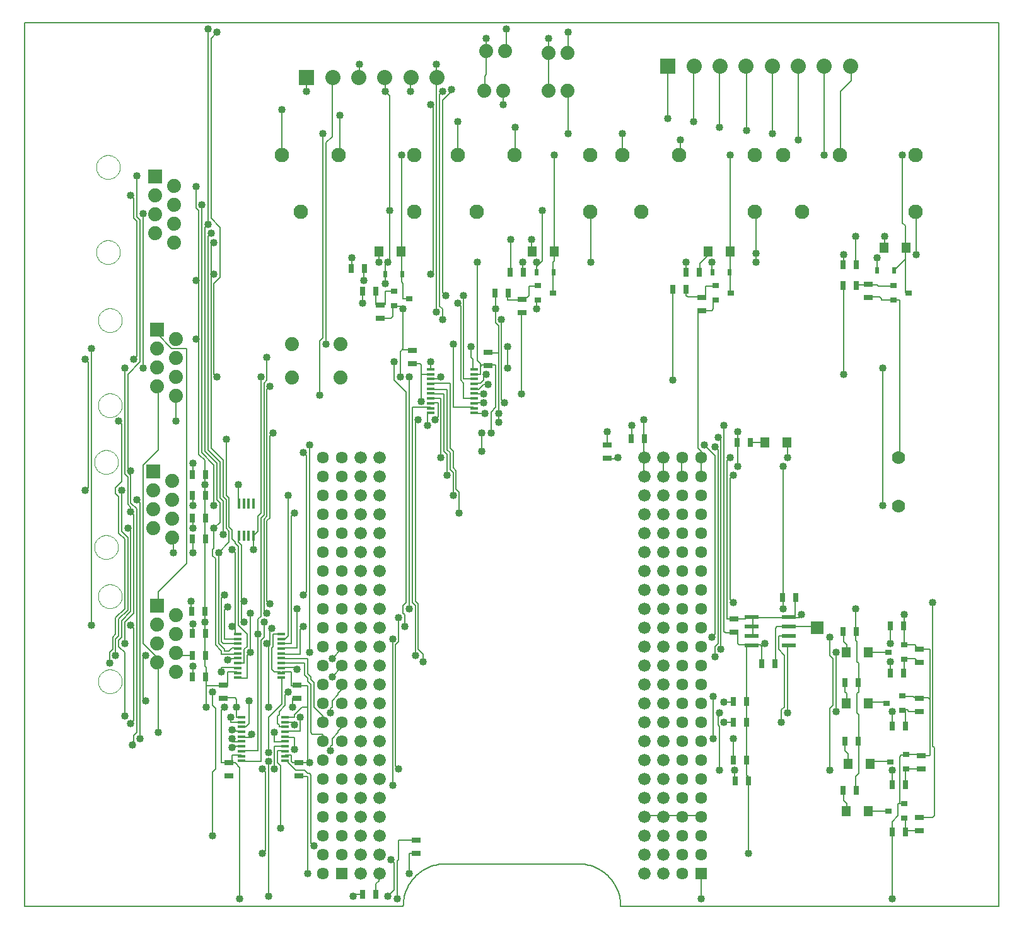
<source format=gtl>
G75*
G70*
%OFA0B0*%
%FSLAX24Y24*%
%IPPOS*%
%LPD*%
%AMOC8*
5,1,8,0,0,1.08239X$1,22.5*
%
%ADD10C,0.0660*%
%ADD11R,0.0800X0.0800*%
%ADD12C,0.0800*%
%ADD13C,0.0740*%
%ADD14C,0.0700*%
%ADD15R,0.0740X0.0740*%
%ADD16C,0.0000*%
%ADD17C,0.0768*%
%ADD18R,0.0157X0.0531*%
%ADD19R,0.0315X0.0472*%
%ADD20R,0.0472X0.0315*%
%ADD21R,0.0248X0.0327*%
%ADD22R,0.0354X0.0315*%
%ADD23R,0.0472X0.0551*%
%ADD24R,0.0390X0.0120*%
%ADD25R,0.0780X0.0220*%
%ADD26R,0.0709X0.0709*%
%ADD27C,0.0050*%
%ADD28R,0.0634X0.0634*%
%ADD29C,0.0634*%
%ADD30C,0.0080*%
%ADD31C,0.0400*%
D10*
X017875Y007625D03*
X017875Y008625D03*
X017875Y009625D03*
X017875Y010625D03*
X017875Y011625D03*
X017875Y012625D03*
X017875Y013625D03*
X017875Y014625D03*
X017875Y015625D03*
X017875Y016625D03*
X017875Y017625D03*
X017875Y018625D03*
X017875Y019625D03*
X017875Y020625D03*
X017875Y021625D03*
X017875Y022625D03*
X017875Y023625D03*
X017875Y024625D03*
X017875Y025625D03*
X017875Y026625D03*
X017875Y027625D03*
X017875Y028625D03*
X017875Y029625D03*
X018875Y029625D03*
X018875Y028625D03*
X018875Y027625D03*
X018875Y026625D03*
X018875Y025625D03*
X018875Y024625D03*
X018875Y023625D03*
X018875Y022625D03*
X018875Y021625D03*
X018875Y020625D03*
X018875Y019625D03*
X018875Y018625D03*
X018875Y017625D03*
X018875Y016625D03*
X018875Y015625D03*
X018875Y014625D03*
X018875Y013625D03*
X018875Y012625D03*
X018875Y011625D03*
X018875Y010625D03*
X018875Y009625D03*
X018875Y008625D03*
X018875Y007625D03*
X032875Y007625D03*
X032875Y008625D03*
X032875Y009625D03*
X032875Y010625D03*
X032875Y011625D03*
X032875Y012625D03*
X032875Y013625D03*
X032875Y014625D03*
X032875Y015625D03*
X032875Y016625D03*
X032875Y017625D03*
X032875Y018625D03*
X032875Y019625D03*
X032875Y020625D03*
X032875Y021625D03*
X032875Y022625D03*
X032875Y023625D03*
X032875Y024625D03*
X032875Y025625D03*
X032875Y026625D03*
X032875Y027625D03*
X032875Y028625D03*
X032875Y029625D03*
X033875Y029625D03*
X033875Y028625D03*
X033875Y027625D03*
X033875Y026625D03*
X033875Y025625D03*
X033875Y024625D03*
X033875Y023625D03*
X033875Y022625D03*
X033875Y021625D03*
X033875Y020625D03*
X033875Y019625D03*
X033875Y018625D03*
X033875Y017625D03*
X033875Y016625D03*
X033875Y015625D03*
X033875Y014625D03*
X033875Y013625D03*
X033875Y012625D03*
X033875Y011625D03*
X033875Y010625D03*
X033875Y009625D03*
X033875Y008625D03*
X033875Y007625D03*
D11*
X015025Y049725D03*
X034125Y050325D03*
D12*
X035503Y050325D03*
X036881Y050325D03*
X038259Y050325D03*
X039637Y050325D03*
X041015Y050325D03*
X042393Y050325D03*
X043771Y050325D03*
X021915Y049725D03*
X020537Y049725D03*
X019159Y049725D03*
X017781Y049725D03*
X016403Y049725D03*
D13*
X024425Y049025D03*
X025425Y049025D03*
X025525Y051125D03*
X024525Y051125D03*
X027825Y051025D03*
X028825Y051025D03*
X028825Y049025D03*
X027825Y049025D03*
X016805Y035615D03*
X016805Y033835D03*
X014245Y033835D03*
X014245Y035615D03*
X008125Y035875D03*
X008125Y034875D03*
X008125Y033875D03*
X008125Y032875D03*
X007125Y033375D03*
X007125Y034375D03*
X007125Y035375D03*
X008025Y040975D03*
X008025Y041975D03*
X008025Y042975D03*
X008025Y043975D03*
X007025Y043475D03*
X007025Y042475D03*
X007025Y041475D03*
X007925Y028375D03*
X007925Y027375D03*
X007925Y026375D03*
X007925Y025375D03*
X006925Y025875D03*
X006925Y026875D03*
X006925Y027875D03*
X008125Y021275D03*
X008125Y020275D03*
X008125Y019275D03*
X008125Y018275D03*
X007125Y018775D03*
X007125Y019775D03*
X007125Y020775D03*
D14*
X046325Y027045D03*
X046325Y029605D03*
D15*
X006925Y028875D03*
X007125Y021775D03*
X007125Y036375D03*
X007025Y044475D03*
D16*
X003895Y044975D02*
X003897Y045025D01*
X003903Y045075D01*
X003913Y045124D01*
X003927Y045172D01*
X003944Y045219D01*
X003965Y045264D01*
X003990Y045308D01*
X004018Y045349D01*
X004050Y045388D01*
X004084Y045425D01*
X004121Y045459D01*
X004161Y045489D01*
X004203Y045516D01*
X004247Y045540D01*
X004293Y045561D01*
X004340Y045577D01*
X004388Y045590D01*
X004438Y045599D01*
X004487Y045604D01*
X004538Y045605D01*
X004588Y045602D01*
X004637Y045595D01*
X004686Y045584D01*
X004734Y045569D01*
X004780Y045551D01*
X004825Y045529D01*
X004868Y045503D01*
X004909Y045474D01*
X004948Y045442D01*
X004984Y045407D01*
X005016Y045369D01*
X005046Y045329D01*
X005073Y045286D01*
X005096Y045242D01*
X005115Y045196D01*
X005131Y045148D01*
X005143Y045099D01*
X005151Y045050D01*
X005155Y045000D01*
X005155Y044950D01*
X005151Y044900D01*
X005143Y044851D01*
X005131Y044802D01*
X005115Y044754D01*
X005096Y044708D01*
X005073Y044664D01*
X005046Y044621D01*
X005016Y044581D01*
X004984Y044543D01*
X004948Y044508D01*
X004909Y044476D01*
X004868Y044447D01*
X004825Y044421D01*
X004780Y044399D01*
X004734Y044381D01*
X004686Y044366D01*
X004637Y044355D01*
X004588Y044348D01*
X004538Y044345D01*
X004487Y044346D01*
X004438Y044351D01*
X004388Y044360D01*
X004340Y044373D01*
X004293Y044389D01*
X004247Y044410D01*
X004203Y044434D01*
X004161Y044461D01*
X004121Y044491D01*
X004084Y044525D01*
X004050Y044562D01*
X004018Y044601D01*
X003990Y044642D01*
X003965Y044686D01*
X003944Y044731D01*
X003927Y044778D01*
X003913Y044826D01*
X003903Y044875D01*
X003897Y044925D01*
X003895Y044975D01*
X003895Y040475D02*
X003897Y040525D01*
X003903Y040575D01*
X003913Y040624D01*
X003927Y040672D01*
X003944Y040719D01*
X003965Y040764D01*
X003990Y040808D01*
X004018Y040849D01*
X004050Y040888D01*
X004084Y040925D01*
X004121Y040959D01*
X004161Y040989D01*
X004203Y041016D01*
X004247Y041040D01*
X004293Y041061D01*
X004340Y041077D01*
X004388Y041090D01*
X004438Y041099D01*
X004487Y041104D01*
X004538Y041105D01*
X004588Y041102D01*
X004637Y041095D01*
X004686Y041084D01*
X004734Y041069D01*
X004780Y041051D01*
X004825Y041029D01*
X004868Y041003D01*
X004909Y040974D01*
X004948Y040942D01*
X004984Y040907D01*
X005016Y040869D01*
X005046Y040829D01*
X005073Y040786D01*
X005096Y040742D01*
X005115Y040696D01*
X005131Y040648D01*
X005143Y040599D01*
X005151Y040550D01*
X005155Y040500D01*
X005155Y040450D01*
X005151Y040400D01*
X005143Y040351D01*
X005131Y040302D01*
X005115Y040254D01*
X005096Y040208D01*
X005073Y040164D01*
X005046Y040121D01*
X005016Y040081D01*
X004984Y040043D01*
X004948Y040008D01*
X004909Y039976D01*
X004868Y039947D01*
X004825Y039921D01*
X004780Y039899D01*
X004734Y039881D01*
X004686Y039866D01*
X004637Y039855D01*
X004588Y039848D01*
X004538Y039845D01*
X004487Y039846D01*
X004438Y039851D01*
X004388Y039860D01*
X004340Y039873D01*
X004293Y039889D01*
X004247Y039910D01*
X004203Y039934D01*
X004161Y039961D01*
X004121Y039991D01*
X004084Y040025D01*
X004050Y040062D01*
X004018Y040101D01*
X003990Y040142D01*
X003965Y040186D01*
X003944Y040231D01*
X003927Y040278D01*
X003913Y040326D01*
X003903Y040375D01*
X003897Y040425D01*
X003895Y040475D01*
X003995Y036875D02*
X003997Y036925D01*
X004003Y036975D01*
X004013Y037024D01*
X004027Y037072D01*
X004044Y037119D01*
X004065Y037164D01*
X004090Y037208D01*
X004118Y037249D01*
X004150Y037288D01*
X004184Y037325D01*
X004221Y037359D01*
X004261Y037389D01*
X004303Y037416D01*
X004347Y037440D01*
X004393Y037461D01*
X004440Y037477D01*
X004488Y037490D01*
X004538Y037499D01*
X004587Y037504D01*
X004638Y037505D01*
X004688Y037502D01*
X004737Y037495D01*
X004786Y037484D01*
X004834Y037469D01*
X004880Y037451D01*
X004925Y037429D01*
X004968Y037403D01*
X005009Y037374D01*
X005048Y037342D01*
X005084Y037307D01*
X005116Y037269D01*
X005146Y037229D01*
X005173Y037186D01*
X005196Y037142D01*
X005215Y037096D01*
X005231Y037048D01*
X005243Y036999D01*
X005251Y036950D01*
X005255Y036900D01*
X005255Y036850D01*
X005251Y036800D01*
X005243Y036751D01*
X005231Y036702D01*
X005215Y036654D01*
X005196Y036608D01*
X005173Y036564D01*
X005146Y036521D01*
X005116Y036481D01*
X005084Y036443D01*
X005048Y036408D01*
X005009Y036376D01*
X004968Y036347D01*
X004925Y036321D01*
X004880Y036299D01*
X004834Y036281D01*
X004786Y036266D01*
X004737Y036255D01*
X004688Y036248D01*
X004638Y036245D01*
X004587Y036246D01*
X004538Y036251D01*
X004488Y036260D01*
X004440Y036273D01*
X004393Y036289D01*
X004347Y036310D01*
X004303Y036334D01*
X004261Y036361D01*
X004221Y036391D01*
X004184Y036425D01*
X004150Y036462D01*
X004118Y036501D01*
X004090Y036542D01*
X004065Y036586D01*
X004044Y036631D01*
X004027Y036678D01*
X004013Y036726D01*
X004003Y036775D01*
X003997Y036825D01*
X003995Y036875D01*
X003995Y032375D02*
X003997Y032425D01*
X004003Y032475D01*
X004013Y032524D01*
X004027Y032572D01*
X004044Y032619D01*
X004065Y032664D01*
X004090Y032708D01*
X004118Y032749D01*
X004150Y032788D01*
X004184Y032825D01*
X004221Y032859D01*
X004261Y032889D01*
X004303Y032916D01*
X004347Y032940D01*
X004393Y032961D01*
X004440Y032977D01*
X004488Y032990D01*
X004538Y032999D01*
X004587Y033004D01*
X004638Y033005D01*
X004688Y033002D01*
X004737Y032995D01*
X004786Y032984D01*
X004834Y032969D01*
X004880Y032951D01*
X004925Y032929D01*
X004968Y032903D01*
X005009Y032874D01*
X005048Y032842D01*
X005084Y032807D01*
X005116Y032769D01*
X005146Y032729D01*
X005173Y032686D01*
X005196Y032642D01*
X005215Y032596D01*
X005231Y032548D01*
X005243Y032499D01*
X005251Y032450D01*
X005255Y032400D01*
X005255Y032350D01*
X005251Y032300D01*
X005243Y032251D01*
X005231Y032202D01*
X005215Y032154D01*
X005196Y032108D01*
X005173Y032064D01*
X005146Y032021D01*
X005116Y031981D01*
X005084Y031943D01*
X005048Y031908D01*
X005009Y031876D01*
X004968Y031847D01*
X004925Y031821D01*
X004880Y031799D01*
X004834Y031781D01*
X004786Y031766D01*
X004737Y031755D01*
X004688Y031748D01*
X004638Y031745D01*
X004587Y031746D01*
X004538Y031751D01*
X004488Y031760D01*
X004440Y031773D01*
X004393Y031789D01*
X004347Y031810D01*
X004303Y031834D01*
X004261Y031861D01*
X004221Y031891D01*
X004184Y031925D01*
X004150Y031962D01*
X004118Y032001D01*
X004090Y032042D01*
X004065Y032086D01*
X004044Y032131D01*
X004027Y032178D01*
X004013Y032226D01*
X004003Y032275D01*
X003997Y032325D01*
X003995Y032375D01*
X003795Y029375D02*
X003797Y029425D01*
X003803Y029475D01*
X003813Y029524D01*
X003827Y029572D01*
X003844Y029619D01*
X003865Y029664D01*
X003890Y029708D01*
X003918Y029749D01*
X003950Y029788D01*
X003984Y029825D01*
X004021Y029859D01*
X004061Y029889D01*
X004103Y029916D01*
X004147Y029940D01*
X004193Y029961D01*
X004240Y029977D01*
X004288Y029990D01*
X004338Y029999D01*
X004387Y030004D01*
X004438Y030005D01*
X004488Y030002D01*
X004537Y029995D01*
X004586Y029984D01*
X004634Y029969D01*
X004680Y029951D01*
X004725Y029929D01*
X004768Y029903D01*
X004809Y029874D01*
X004848Y029842D01*
X004884Y029807D01*
X004916Y029769D01*
X004946Y029729D01*
X004973Y029686D01*
X004996Y029642D01*
X005015Y029596D01*
X005031Y029548D01*
X005043Y029499D01*
X005051Y029450D01*
X005055Y029400D01*
X005055Y029350D01*
X005051Y029300D01*
X005043Y029251D01*
X005031Y029202D01*
X005015Y029154D01*
X004996Y029108D01*
X004973Y029064D01*
X004946Y029021D01*
X004916Y028981D01*
X004884Y028943D01*
X004848Y028908D01*
X004809Y028876D01*
X004768Y028847D01*
X004725Y028821D01*
X004680Y028799D01*
X004634Y028781D01*
X004586Y028766D01*
X004537Y028755D01*
X004488Y028748D01*
X004438Y028745D01*
X004387Y028746D01*
X004338Y028751D01*
X004288Y028760D01*
X004240Y028773D01*
X004193Y028789D01*
X004147Y028810D01*
X004103Y028834D01*
X004061Y028861D01*
X004021Y028891D01*
X003984Y028925D01*
X003950Y028962D01*
X003918Y029001D01*
X003890Y029042D01*
X003865Y029086D01*
X003844Y029131D01*
X003827Y029178D01*
X003813Y029226D01*
X003803Y029275D01*
X003797Y029325D01*
X003795Y029375D01*
X003795Y024875D02*
X003797Y024925D01*
X003803Y024975D01*
X003813Y025024D01*
X003827Y025072D01*
X003844Y025119D01*
X003865Y025164D01*
X003890Y025208D01*
X003918Y025249D01*
X003950Y025288D01*
X003984Y025325D01*
X004021Y025359D01*
X004061Y025389D01*
X004103Y025416D01*
X004147Y025440D01*
X004193Y025461D01*
X004240Y025477D01*
X004288Y025490D01*
X004338Y025499D01*
X004387Y025504D01*
X004438Y025505D01*
X004488Y025502D01*
X004537Y025495D01*
X004586Y025484D01*
X004634Y025469D01*
X004680Y025451D01*
X004725Y025429D01*
X004768Y025403D01*
X004809Y025374D01*
X004848Y025342D01*
X004884Y025307D01*
X004916Y025269D01*
X004946Y025229D01*
X004973Y025186D01*
X004996Y025142D01*
X005015Y025096D01*
X005031Y025048D01*
X005043Y024999D01*
X005051Y024950D01*
X005055Y024900D01*
X005055Y024850D01*
X005051Y024800D01*
X005043Y024751D01*
X005031Y024702D01*
X005015Y024654D01*
X004996Y024608D01*
X004973Y024564D01*
X004946Y024521D01*
X004916Y024481D01*
X004884Y024443D01*
X004848Y024408D01*
X004809Y024376D01*
X004768Y024347D01*
X004725Y024321D01*
X004680Y024299D01*
X004634Y024281D01*
X004586Y024266D01*
X004537Y024255D01*
X004488Y024248D01*
X004438Y024245D01*
X004387Y024246D01*
X004338Y024251D01*
X004288Y024260D01*
X004240Y024273D01*
X004193Y024289D01*
X004147Y024310D01*
X004103Y024334D01*
X004061Y024361D01*
X004021Y024391D01*
X003984Y024425D01*
X003950Y024462D01*
X003918Y024501D01*
X003890Y024542D01*
X003865Y024586D01*
X003844Y024631D01*
X003827Y024678D01*
X003813Y024726D01*
X003803Y024775D01*
X003797Y024825D01*
X003795Y024875D01*
X003995Y022275D02*
X003997Y022325D01*
X004003Y022375D01*
X004013Y022424D01*
X004027Y022472D01*
X004044Y022519D01*
X004065Y022564D01*
X004090Y022608D01*
X004118Y022649D01*
X004150Y022688D01*
X004184Y022725D01*
X004221Y022759D01*
X004261Y022789D01*
X004303Y022816D01*
X004347Y022840D01*
X004393Y022861D01*
X004440Y022877D01*
X004488Y022890D01*
X004538Y022899D01*
X004587Y022904D01*
X004638Y022905D01*
X004688Y022902D01*
X004737Y022895D01*
X004786Y022884D01*
X004834Y022869D01*
X004880Y022851D01*
X004925Y022829D01*
X004968Y022803D01*
X005009Y022774D01*
X005048Y022742D01*
X005084Y022707D01*
X005116Y022669D01*
X005146Y022629D01*
X005173Y022586D01*
X005196Y022542D01*
X005215Y022496D01*
X005231Y022448D01*
X005243Y022399D01*
X005251Y022350D01*
X005255Y022300D01*
X005255Y022250D01*
X005251Y022200D01*
X005243Y022151D01*
X005231Y022102D01*
X005215Y022054D01*
X005196Y022008D01*
X005173Y021964D01*
X005146Y021921D01*
X005116Y021881D01*
X005084Y021843D01*
X005048Y021808D01*
X005009Y021776D01*
X004968Y021747D01*
X004925Y021721D01*
X004880Y021699D01*
X004834Y021681D01*
X004786Y021666D01*
X004737Y021655D01*
X004688Y021648D01*
X004638Y021645D01*
X004587Y021646D01*
X004538Y021651D01*
X004488Y021660D01*
X004440Y021673D01*
X004393Y021689D01*
X004347Y021710D01*
X004303Y021734D01*
X004261Y021761D01*
X004221Y021791D01*
X004184Y021825D01*
X004150Y021862D01*
X004118Y021901D01*
X004090Y021942D01*
X004065Y021986D01*
X004044Y022031D01*
X004027Y022078D01*
X004013Y022126D01*
X004003Y022175D01*
X003997Y022225D01*
X003995Y022275D01*
X003995Y017775D02*
X003997Y017825D01*
X004003Y017875D01*
X004013Y017924D01*
X004027Y017972D01*
X004044Y018019D01*
X004065Y018064D01*
X004090Y018108D01*
X004118Y018149D01*
X004150Y018188D01*
X004184Y018225D01*
X004221Y018259D01*
X004261Y018289D01*
X004303Y018316D01*
X004347Y018340D01*
X004393Y018361D01*
X004440Y018377D01*
X004488Y018390D01*
X004538Y018399D01*
X004587Y018404D01*
X004638Y018405D01*
X004688Y018402D01*
X004737Y018395D01*
X004786Y018384D01*
X004834Y018369D01*
X004880Y018351D01*
X004925Y018329D01*
X004968Y018303D01*
X005009Y018274D01*
X005048Y018242D01*
X005084Y018207D01*
X005116Y018169D01*
X005146Y018129D01*
X005173Y018086D01*
X005196Y018042D01*
X005215Y017996D01*
X005231Y017948D01*
X005243Y017899D01*
X005251Y017850D01*
X005255Y017800D01*
X005255Y017750D01*
X005251Y017700D01*
X005243Y017651D01*
X005231Y017602D01*
X005215Y017554D01*
X005196Y017508D01*
X005173Y017464D01*
X005146Y017421D01*
X005116Y017381D01*
X005084Y017343D01*
X005048Y017308D01*
X005009Y017276D01*
X004968Y017247D01*
X004925Y017221D01*
X004880Y017199D01*
X004834Y017181D01*
X004786Y017166D01*
X004737Y017155D01*
X004688Y017148D01*
X004638Y017145D01*
X004587Y017146D01*
X004538Y017151D01*
X004488Y017160D01*
X004440Y017173D01*
X004393Y017189D01*
X004347Y017210D01*
X004303Y017234D01*
X004261Y017261D01*
X004221Y017291D01*
X004184Y017325D01*
X004150Y017362D01*
X004118Y017401D01*
X004090Y017442D01*
X004065Y017486D01*
X004044Y017531D01*
X004027Y017578D01*
X004013Y017626D01*
X004003Y017675D01*
X003997Y017725D01*
X003995Y017775D01*
D17*
X014725Y042625D03*
X013725Y045625D03*
X016725Y045625D03*
X020725Y045625D03*
X023025Y045625D03*
X026025Y045625D03*
X024025Y042625D03*
X020725Y042625D03*
X030025Y042625D03*
X032725Y042625D03*
X031725Y045625D03*
X030025Y045625D03*
X034725Y045625D03*
X038725Y045625D03*
X040225Y045625D03*
X043225Y045625D03*
X041225Y042625D03*
X038725Y042625D03*
X047225Y042625D03*
X047225Y045625D03*
D18*
X012209Y027181D03*
X011953Y027181D03*
X011697Y027181D03*
X011441Y027181D03*
X011441Y025469D03*
X011697Y025469D03*
X011953Y025469D03*
X012209Y025469D03*
D19*
X009679Y025325D03*
X008971Y025325D03*
X008971Y026425D03*
X009679Y026425D03*
X009679Y027625D03*
X008971Y027625D03*
X008971Y028725D03*
X009679Y028725D03*
X009639Y021485D03*
X008931Y021485D03*
X008971Y020305D03*
X009679Y020305D03*
X009669Y019145D03*
X008961Y019145D03*
X008981Y018005D03*
X009689Y018005D03*
X017971Y006525D03*
X018679Y006525D03*
X037671Y012525D03*
X038379Y012525D03*
X038279Y013625D03*
X037571Y013625D03*
X037571Y015625D03*
X038279Y015625D03*
X038279Y016725D03*
X037571Y016725D03*
X039071Y018725D03*
X039779Y018725D03*
X040171Y022225D03*
X040879Y022225D03*
X043371Y020425D03*
X044079Y020425D03*
X045871Y020725D03*
X046579Y020725D03*
X046579Y018225D03*
X045871Y018225D03*
X044179Y017725D03*
X043471Y017725D03*
X045971Y015425D03*
X046679Y015425D03*
X044179Y014625D03*
X043471Y014625D03*
X045971Y012325D03*
X046679Y012325D03*
X046679Y009825D03*
X045971Y009825D03*
X044079Y012025D03*
X043371Y012025D03*
X038479Y030425D03*
X037771Y030425D03*
X032879Y030625D03*
X032171Y030625D03*
X025679Y038325D03*
X024971Y038325D03*
X025771Y039425D03*
X026479Y039425D03*
X018679Y038425D03*
X017971Y038425D03*
X018079Y039625D03*
X017371Y039625D03*
X034371Y038525D03*
X035079Y038525D03*
X035071Y039425D03*
X035779Y039425D03*
X043371Y039825D03*
X044079Y039825D03*
X044079Y038725D03*
X043371Y038725D03*
D20*
X044725Y038779D03*
X044725Y038071D03*
X035925Y038079D03*
X035925Y037371D03*
X030925Y030279D03*
X030925Y029571D03*
X024625Y034471D03*
X024625Y035179D03*
X026425Y037271D03*
X026425Y037979D03*
X020625Y035279D03*
X020625Y034571D03*
X018925Y036971D03*
X018925Y037679D03*
X037625Y021079D03*
X037625Y020371D03*
X047425Y019479D03*
X047425Y018771D03*
X047425Y016879D03*
X047425Y016171D03*
X047525Y013859D03*
X047525Y013151D03*
X047425Y010579D03*
X047425Y009871D03*
X020825Y009379D03*
X020825Y008671D03*
X014625Y012771D03*
X014625Y013479D03*
X014525Y016871D03*
X014525Y017579D03*
X010625Y017579D03*
X010625Y016871D03*
X010925Y013479D03*
X010925Y012771D03*
D21*
X019172Y039325D03*
X020078Y039325D03*
X027172Y039425D03*
X028078Y039425D03*
X036472Y039425D03*
X037378Y039425D03*
X045172Y039525D03*
X046078Y039525D03*
D22*
X046031Y038699D03*
X046031Y037951D03*
X046858Y038325D03*
X037458Y038325D03*
X036631Y037951D03*
X036631Y038699D03*
X028058Y038325D03*
X027231Y037951D03*
X027231Y038699D03*
X020458Y038025D03*
X019631Y037651D03*
X019631Y038399D03*
X045792Y019325D03*
X046619Y018951D03*
X046619Y019699D03*
X046519Y016999D03*
X045692Y016625D03*
X046519Y016251D03*
X046719Y013899D03*
X046719Y013151D03*
X045892Y013525D03*
X046619Y011299D03*
X046619Y010551D03*
X045792Y010925D03*
D23*
X044716Y010925D03*
X043534Y010925D03*
X043634Y013425D03*
X044816Y013425D03*
X044716Y016625D03*
X043534Y016625D03*
X043534Y019325D03*
X044716Y019325D03*
X040416Y030425D03*
X039234Y030425D03*
X037416Y040525D03*
X036234Y040525D03*
X028116Y040525D03*
X026934Y040525D03*
X020016Y040525D03*
X018834Y040525D03*
X045534Y040725D03*
X046716Y040725D03*
D24*
X023874Y034277D03*
X023874Y034021D03*
X023874Y033765D03*
X023874Y033509D03*
X023874Y033253D03*
X023874Y032997D03*
X023874Y032741D03*
X023874Y032485D03*
X023874Y032229D03*
X023874Y031973D03*
X021576Y031973D03*
X021576Y032229D03*
X021576Y032485D03*
X021576Y032741D03*
X021576Y032997D03*
X021576Y033253D03*
X021576Y033509D03*
X021576Y033765D03*
X021576Y034021D03*
X021576Y034277D03*
X013674Y020277D03*
X013674Y020021D03*
X013674Y019765D03*
X013674Y019509D03*
X013674Y019253D03*
X013674Y018997D03*
X013674Y018741D03*
X013674Y018485D03*
X013674Y018229D03*
X013674Y017973D03*
X013874Y015877D03*
X013874Y015621D03*
X013874Y015365D03*
X013874Y015109D03*
X013874Y014853D03*
X013874Y014597D03*
X013874Y014341D03*
X013874Y014085D03*
X013874Y013829D03*
X013874Y013573D03*
X011576Y013573D03*
X011576Y013829D03*
X011576Y014085D03*
X011576Y014341D03*
X011576Y014597D03*
X011576Y014853D03*
X011576Y015109D03*
X011576Y015365D03*
X011576Y015621D03*
X011576Y015877D03*
X011376Y017973D03*
X011376Y018229D03*
X011376Y018485D03*
X011376Y018741D03*
X011376Y018997D03*
X011376Y019253D03*
X011376Y019509D03*
X011376Y019765D03*
X011376Y020021D03*
X011376Y020277D03*
D25*
X038555Y020175D03*
X038555Y019675D03*
X038555Y020675D03*
X038555Y021175D03*
X040495Y021175D03*
X040495Y020675D03*
X040495Y020175D03*
X040495Y019675D03*
D26*
X042025Y020625D03*
D27*
X000125Y005875D02*
X000125Y052625D01*
X051625Y052625D01*
X051625Y005875D01*
X031625Y005875D01*
X031622Y005982D01*
X031615Y006089D01*
X031602Y006195D01*
X031584Y006301D01*
X031562Y006405D01*
X031534Y006509D01*
X031501Y006611D01*
X031464Y006711D01*
X031422Y006810D01*
X031375Y006906D01*
X031324Y007000D01*
X031268Y007091D01*
X031208Y007180D01*
X031144Y007266D01*
X031075Y007348D01*
X031003Y007428D01*
X030928Y007503D01*
X030848Y007575D01*
X030766Y007644D01*
X030680Y007708D01*
X030591Y007768D01*
X030500Y007824D01*
X030406Y007875D01*
X030310Y007922D01*
X030211Y007964D01*
X030111Y008001D01*
X030009Y008034D01*
X029905Y008062D01*
X029801Y008084D01*
X029695Y008102D01*
X029589Y008115D01*
X029482Y008122D01*
X029375Y008125D01*
X022375Y008125D01*
X022268Y008122D01*
X022161Y008115D01*
X022055Y008102D01*
X021949Y008084D01*
X021845Y008062D01*
X021741Y008034D01*
X021639Y008001D01*
X021539Y007964D01*
X021440Y007922D01*
X021344Y007875D01*
X021250Y007824D01*
X021159Y007768D01*
X021070Y007708D01*
X020984Y007644D01*
X020902Y007575D01*
X020822Y007503D01*
X020747Y007428D01*
X020675Y007348D01*
X020606Y007266D01*
X020542Y007180D01*
X020482Y007091D01*
X020426Y007000D01*
X020375Y006906D01*
X020328Y006810D01*
X020286Y006711D01*
X020249Y006611D01*
X020216Y006509D01*
X020188Y006405D01*
X020166Y006301D01*
X020148Y006195D01*
X020135Y006089D01*
X020128Y005982D01*
X020125Y005875D01*
X000125Y005875D01*
D28*
X016875Y007625D03*
X035875Y007625D03*
D29*
X035875Y008625D03*
X035875Y009625D03*
X035875Y010625D03*
X035875Y011625D03*
X035875Y012625D03*
X035875Y013625D03*
X035875Y014625D03*
X035875Y015625D03*
X035875Y016625D03*
X035875Y017625D03*
X035875Y018625D03*
X035875Y019625D03*
X035875Y020625D03*
X035875Y021625D03*
X035875Y022625D03*
X035875Y023625D03*
X035875Y024625D03*
X035875Y025625D03*
X035875Y026625D03*
X035875Y027625D03*
X035875Y028625D03*
X035875Y029625D03*
X034875Y029625D03*
X034875Y028625D03*
X034875Y027625D03*
X034875Y026625D03*
X034875Y025625D03*
X034875Y024625D03*
X034875Y023625D03*
X034875Y022625D03*
X034875Y021625D03*
X034875Y020625D03*
X034875Y019625D03*
X034875Y018625D03*
X034875Y017625D03*
X034875Y016625D03*
X034875Y015625D03*
X034875Y014625D03*
X034875Y013625D03*
X034875Y012625D03*
X034875Y011625D03*
X034875Y010625D03*
X034875Y009625D03*
X034875Y008625D03*
X034875Y007625D03*
X016875Y008625D03*
X016875Y009625D03*
X016875Y010625D03*
X016875Y011625D03*
X016875Y012625D03*
X016875Y013625D03*
X016875Y014625D03*
X016875Y015625D03*
X016875Y016625D03*
X016875Y017625D03*
X016875Y018625D03*
X016875Y019625D03*
X016875Y020625D03*
X016875Y021625D03*
X016875Y022625D03*
X016875Y023625D03*
X016875Y024625D03*
X016875Y025625D03*
X016875Y026625D03*
X016875Y027625D03*
X016875Y028625D03*
X016875Y029625D03*
X015875Y029625D03*
X015875Y028625D03*
X015875Y027625D03*
X015875Y026625D03*
X015875Y025625D03*
X015875Y024625D03*
X015875Y023625D03*
X015875Y022625D03*
X015875Y021625D03*
X015875Y020625D03*
X015875Y019625D03*
X015875Y018625D03*
X015875Y017625D03*
X015875Y016625D03*
X015875Y015625D03*
X015875Y014625D03*
X015875Y013625D03*
X015875Y012625D03*
X015875Y011625D03*
X015875Y010625D03*
X015875Y009625D03*
X015875Y008625D03*
X015875Y007625D03*
D30*
X015885Y007625D01*
X015085Y007625D02*
X015085Y012745D01*
X014685Y012745D01*
X014625Y012771D01*
X014445Y013065D02*
X014925Y013065D01*
X015085Y012905D01*
X015165Y012905D01*
X015245Y012825D01*
X015245Y009225D01*
X015405Y009065D01*
X013645Y010025D02*
X013645Y013305D01*
X013485Y013465D01*
X013485Y014105D01*
X013805Y014105D01*
X013874Y014085D01*
X013885Y013865D02*
X013874Y013829D01*
X013885Y013865D02*
X014205Y013865D01*
X014205Y013545D01*
X014285Y013465D01*
X014605Y013465D01*
X014625Y013479D01*
X014685Y013465D01*
X015085Y013465D01*
X015165Y013465D01*
X015085Y013465D02*
X015085Y016425D01*
X015085Y017545D01*
X014525Y017545D01*
X014525Y017579D01*
X014525Y017545D02*
X014205Y017545D01*
X014205Y018265D01*
X013725Y018265D01*
X013674Y018229D01*
X013645Y018265D01*
X013325Y018265D01*
X013165Y018425D01*
X013165Y019545D01*
X013245Y019625D01*
X013245Y020265D01*
X013645Y020265D01*
X013674Y020277D01*
X013674Y020021D02*
X013725Y020025D01*
X013885Y020025D01*
X014045Y020185D01*
X014045Y027625D01*
X014365Y026665D02*
X014205Y026505D01*
X014205Y019785D01*
X013725Y019785D01*
X013674Y019765D01*
X013725Y019545D02*
X013674Y019509D01*
X013725Y019545D02*
X014525Y019545D01*
X014525Y021625D01*
X014845Y020665D02*
X014685Y020505D01*
X014685Y019225D01*
X013725Y019225D01*
X013674Y019253D01*
X013674Y018997D02*
X013725Y018985D01*
X015085Y018985D01*
X015085Y018185D01*
X015245Y018025D01*
X015245Y017865D01*
X015405Y017705D01*
X015405Y016425D01*
X015885Y015945D01*
X015885Y015625D01*
X015875Y015625D01*
X016285Y016105D02*
X016285Y016345D01*
X016365Y016425D01*
X016365Y016745D01*
X016685Y017065D01*
X016685Y017145D01*
X016845Y017305D01*
X016845Y017625D01*
X016875Y017625D01*
X016365Y018025D02*
X016845Y018505D01*
X016845Y018585D01*
X016875Y018625D01*
X016365Y018985D02*
X016845Y019465D01*
X016845Y019625D01*
X016875Y019625D01*
X015165Y019305D02*
X015165Y030265D01*
X014845Y029865D02*
X015005Y029705D01*
X015005Y022505D01*
X014845Y022345D01*
X013085Y021865D02*
X012925Y022025D01*
X012925Y026265D01*
X013085Y026425D01*
X013085Y030745D01*
X013245Y030905D01*
X012925Y033225D02*
X012925Y026505D01*
X012765Y026345D01*
X012765Y021545D01*
X012925Y021385D01*
X012605Y021225D02*
X012445Y021065D01*
X012445Y020265D01*
X012445Y014105D01*
X011645Y014105D01*
X011576Y014085D01*
X011565Y013865D02*
X011576Y013829D01*
X011565Y013865D02*
X011085Y013865D01*
X011085Y013465D01*
X010925Y013479D01*
X010925Y013465D01*
X010525Y013465D01*
X010525Y016265D01*
X010685Y016425D01*
X010625Y016871D02*
X010685Y016905D01*
X011245Y016905D01*
X011325Y016825D01*
X011325Y016425D01*
X011325Y015865D01*
X011565Y015865D01*
X011576Y015877D01*
X011565Y015625D02*
X011005Y015625D01*
X011005Y015865D01*
X011565Y015625D02*
X011576Y015621D01*
X011645Y015385D02*
X011576Y015365D01*
X011645Y015385D02*
X011805Y015385D01*
X011965Y015545D01*
X011965Y016745D01*
X013005Y016425D02*
X013005Y019625D01*
X013005Y019705D01*
X012925Y019785D01*
X013085Y019705D02*
X013085Y020505D01*
X013165Y020585D01*
X012765Y020905D02*
X012765Y020105D01*
X012605Y019945D01*
X012605Y013545D01*
X011645Y013545D01*
X011576Y013573D01*
X011245Y013465D02*
X011485Y013225D01*
X011485Y006265D01*
X013005Y006425D02*
X013005Y013545D01*
X013005Y014025D02*
X013005Y015865D01*
X013725Y016585D01*
X013725Y017945D01*
X013674Y017973D01*
X013674Y018485D02*
X013725Y018505D01*
X014525Y018505D01*
X014525Y018425D01*
X014925Y018105D02*
X015085Y017945D01*
X015085Y017785D01*
X015245Y017625D01*
X015245Y015065D01*
X015325Y014985D01*
X015885Y014985D01*
X015885Y014665D01*
X015875Y014625D01*
X016285Y014345D02*
X016285Y014105D01*
X016285Y014345D02*
X016365Y014425D01*
X016365Y014745D01*
X016685Y015065D01*
X016685Y015145D01*
X016845Y015305D01*
X016845Y015625D01*
X016875Y015625D01*
X015085Y016425D02*
X014765Y016425D01*
X014365Y016025D01*
X014365Y015865D01*
X013885Y015865D01*
X013874Y015877D01*
X013885Y015625D02*
X013874Y015621D01*
X013885Y015625D02*
X014365Y015625D01*
X014365Y015465D01*
X014685Y015145D02*
X013885Y015145D01*
X013874Y015109D01*
X013874Y015365D02*
X013805Y015385D01*
X013565Y015385D01*
X013565Y015465D01*
X013485Y015545D01*
X013485Y015945D01*
X013565Y016025D01*
X013565Y016185D01*
X013885Y016505D01*
X013885Y017065D01*
X014045Y017225D01*
X014285Y016905D02*
X014285Y016425D01*
X014285Y016905D02*
X014525Y016905D01*
X014525Y016871D01*
X014685Y015865D02*
X014685Y015145D01*
X014365Y014825D02*
X014365Y014185D01*
X013874Y014341D02*
X013805Y014345D01*
X013325Y014345D01*
X013325Y013145D01*
X012845Y012985D02*
X012845Y008825D01*
X012685Y008665D01*
X010045Y009625D02*
X010045Y012985D01*
X010205Y013145D01*
X010205Y016345D01*
X010045Y016505D01*
X010045Y017225D01*
X009725Y017545D02*
X009725Y016425D01*
X009725Y017545D02*
X009725Y017945D01*
X009689Y018005D01*
X009725Y018025D01*
X009725Y018505D01*
X009645Y018585D01*
X009645Y019145D01*
X009669Y019145D01*
X009645Y019145D02*
X009645Y020265D01*
X009679Y020305D01*
X009645Y020345D01*
X009645Y020905D01*
X009645Y021465D01*
X009639Y021485D01*
X009645Y021545D01*
X009645Y025305D01*
X009679Y025325D01*
X009645Y025385D01*
X009645Y026425D01*
X009679Y026425D01*
X009645Y026425D02*
X009645Y027625D01*
X009679Y027625D01*
X009645Y027625D02*
X009645Y028185D01*
X009645Y028665D01*
X009679Y028725D01*
X009645Y028745D01*
X009645Y029465D01*
X009325Y029785D01*
X009325Y035705D01*
X009325Y038985D01*
X009165Y038985D01*
X009325Y038985D02*
X009325Y042665D01*
X009165Y042825D01*
X009165Y043945D01*
X009485Y042985D02*
X009485Y029865D01*
X010125Y029225D01*
X010125Y027065D01*
X010445Y027225D02*
X010285Y027385D01*
X010285Y029305D01*
X009645Y029945D01*
X009645Y041785D01*
X009805Y041945D01*
X009805Y052265D01*
X009965Y051785D02*
X009965Y042265D01*
X010445Y041785D01*
X010445Y039145D01*
X010125Y038825D01*
X010125Y034025D01*
X010285Y033865D01*
X009325Y035705D02*
X009165Y035865D01*
X008685Y035385D02*
X008685Y024025D01*
X007165Y022505D01*
X007165Y021785D01*
X007125Y021775D01*
X005885Y021385D02*
X005885Y026585D01*
X005725Y026745D01*
X005725Y026985D01*
X005565Y027145D01*
X005565Y028585D01*
X005405Y028745D01*
X005405Y034345D01*
X005565Y034025D02*
X005565Y028825D01*
X005725Y028665D01*
X005725Y027225D01*
X006045Y026905D01*
X006045Y015065D01*
X005885Y014905D01*
X005885Y014505D01*
X005805Y014425D01*
X006205Y014745D02*
X006205Y027225D01*
X006045Y027385D01*
X005245Y027865D02*
X005245Y025705D01*
X005565Y025385D01*
X005565Y021545D01*
X005085Y021065D01*
X005085Y020185D01*
X004925Y020025D01*
X004925Y019145D01*
X004605Y019305D02*
X004765Y019465D01*
X004765Y020105D01*
X004925Y020265D01*
X004925Y021145D01*
X005405Y021625D01*
X005405Y025305D01*
X005085Y025625D01*
X005085Y027545D01*
X004925Y027705D01*
X004925Y028025D01*
X005245Y028345D01*
X005245Y031385D01*
X005085Y031545D01*
X007165Y030025D02*
X006365Y029225D01*
X006365Y019785D01*
X007165Y018985D01*
X007165Y018825D01*
X007125Y018775D01*
X007165Y018745D01*
X007165Y015065D01*
X005885Y015705D02*
X005885Y020585D01*
X005725Y020745D01*
X005405Y020905D02*
X005885Y021385D01*
X005725Y021465D02*
X005725Y025705D01*
X005565Y025865D01*
X003485Y028025D02*
X003325Y027865D01*
X003485Y028025D02*
X003485Y034665D01*
X003325Y034825D01*
X003645Y035385D02*
X003645Y020745D01*
X005085Y019945D02*
X005245Y020105D01*
X005245Y020985D01*
X005725Y021465D01*
X005405Y020905D02*
X005405Y019785D01*
X005085Y019625D02*
X005405Y019305D01*
X005405Y015945D01*
X005725Y015545D02*
X005885Y015705D01*
X006525Y016745D02*
X006365Y016905D01*
X006365Y018985D01*
X006525Y019145D01*
X005085Y019625D02*
X005085Y019945D01*
X004605Y019305D02*
X004605Y018745D01*
X008125Y019145D02*
X008125Y019275D01*
X008125Y019145D02*
X008961Y019145D01*
X009005Y018585D02*
X009005Y018025D01*
X008981Y018005D01*
X009725Y017545D02*
X010605Y017545D01*
X010625Y017579D01*
X010685Y017545D01*
X010845Y017545D01*
X010845Y018265D01*
X011325Y018265D01*
X011376Y018229D01*
X011376Y017973D02*
X011405Y017945D01*
X011885Y017945D01*
X011885Y019145D01*
X012045Y019305D01*
X012045Y021385D01*
X011565Y021065D02*
X011565Y022025D01*
X011725Y022025D01*
X011565Y022025D02*
X011565Y024985D01*
X011405Y025145D01*
X011405Y025465D01*
X011441Y025469D01*
X011245Y025145D02*
X011085Y025305D01*
X011085Y025785D01*
X010925Y025945D01*
X010925Y027465D01*
X010765Y027625D01*
X010765Y030585D01*
X009965Y030105D02*
X010605Y029465D01*
X010605Y027545D01*
X010765Y027385D01*
X010765Y025865D01*
X010925Y025705D01*
X010925Y025145D01*
X010365Y024585D01*
X010365Y019785D01*
X010685Y019465D01*
X010685Y019385D01*
X010925Y019385D01*
X011085Y019545D01*
X011325Y019545D01*
X011376Y019509D01*
X011376Y019765D02*
X011325Y019785D01*
X010605Y019785D01*
X010525Y019865D01*
X010525Y022185D01*
X010685Y022345D01*
X010845Y021705D02*
X010685Y021545D01*
X010685Y020025D01*
X011325Y020025D01*
X011376Y020021D01*
X011325Y020265D02*
X011376Y020277D01*
X011325Y020265D02*
X011245Y020265D01*
X011245Y020665D01*
X011085Y020665D01*
X011245Y020665D02*
X011245Y024585D01*
X011085Y024745D01*
X011245Y025065D02*
X011245Y025145D01*
X011245Y025065D02*
X011405Y024905D01*
X011405Y020745D01*
X011885Y020265D01*
X011885Y019625D01*
X011725Y019465D01*
X011725Y018745D01*
X011405Y018745D01*
X011376Y018741D01*
X011325Y018505D02*
X011376Y018485D01*
X011325Y018505D02*
X010525Y018505D01*
X010525Y018265D01*
X010845Y018905D02*
X010845Y018985D01*
X011325Y018985D01*
X011376Y018997D01*
X011325Y019225D02*
X010525Y019225D01*
X010525Y019385D01*
X010205Y019705D01*
X010205Y024265D01*
X010045Y024425D01*
X010045Y024745D01*
X010125Y024825D01*
X010125Y025865D01*
X010445Y026185D01*
X010445Y027225D01*
X010605Y027305D02*
X010605Y025545D01*
X012205Y025465D02*
X012205Y024745D01*
X012205Y025465D02*
X012209Y025469D01*
X012285Y025545D01*
X012445Y025705D01*
X012445Y026505D01*
X012605Y026665D01*
X012605Y033865D01*
X012765Y033545D02*
X012765Y026585D01*
X012605Y026425D01*
X012605Y021225D01*
X011725Y020905D02*
X011565Y021065D01*
X011376Y019253D02*
X011325Y019225D01*
X013005Y019625D02*
X013085Y019705D01*
X013674Y018741D02*
X013725Y018745D01*
X014925Y018745D01*
X014925Y018105D01*
X014365Y014825D02*
X013885Y014825D01*
X013874Y014853D01*
X013874Y014597D02*
X013805Y014585D01*
X013325Y014585D01*
X013325Y015065D01*
X012125Y014985D02*
X012125Y014825D01*
X011645Y014825D01*
X011576Y014853D01*
X011576Y015109D02*
X011565Y015145D01*
X011085Y015145D01*
X011085Y015225D01*
X011085Y014745D02*
X011085Y014585D01*
X011565Y014585D01*
X011576Y014597D01*
X011565Y014345D02*
X011576Y014341D01*
X011565Y014345D02*
X011085Y014345D01*
X011085Y014265D01*
X011085Y013465D02*
X011245Y013465D01*
X011085Y013465D02*
X010925Y013465D01*
X012685Y013145D02*
X012845Y012985D01*
X013885Y013545D02*
X013874Y013573D01*
X013885Y013545D02*
X014045Y013545D01*
X014045Y013465D01*
X014445Y013065D01*
X019565Y012265D02*
X019565Y020025D01*
X019885Y019865D02*
X019885Y021145D01*
X020125Y021385D02*
X020205Y021305D01*
X020205Y020665D01*
X020125Y021385D02*
X020125Y021785D01*
X020285Y021945D01*
X020285Y033065D01*
X019645Y033705D01*
X019645Y034665D01*
X019965Y035225D02*
X019965Y033865D01*
X020445Y033865D02*
X020445Y021625D01*
X020765Y021785D02*
X020605Y021945D01*
X020605Y032265D01*
X021565Y032265D01*
X021576Y032229D01*
X021576Y031973D02*
X021565Y031945D01*
X021405Y031945D01*
X021405Y031305D01*
X021805Y031625D02*
X021965Y031785D01*
X021965Y032505D01*
X021645Y032505D01*
X021576Y032485D01*
X021576Y032741D02*
X021645Y032745D01*
X022125Y032745D01*
X022125Y029625D01*
X022445Y029785D02*
X022445Y028665D01*
X022765Y028825D02*
X022765Y027625D01*
X023085Y027785D02*
X023085Y026665D01*
X023085Y027785D02*
X022925Y027945D01*
X022925Y028905D01*
X022765Y029065D01*
X022765Y029945D01*
X022605Y030105D01*
X022605Y033545D01*
X021645Y033545D01*
X021576Y033509D01*
X021576Y033765D02*
X021645Y033785D01*
X022125Y033785D01*
X022125Y033865D01*
X021576Y034021D02*
X021565Y034025D01*
X021085Y034025D01*
X021085Y032585D01*
X021576Y032997D02*
X021645Y032985D01*
X022285Y032985D01*
X022285Y029945D01*
X022445Y029785D01*
X022605Y029865D02*
X022605Y028985D01*
X022765Y028825D01*
X022605Y029865D02*
X022445Y030025D01*
X022445Y033225D01*
X021645Y033225D01*
X021576Y033253D01*
X021085Y034025D02*
X021085Y034505D01*
X021005Y034585D01*
X020685Y034585D01*
X020625Y034571D01*
X020625Y035279D02*
X020605Y035305D01*
X020125Y035305D01*
X020125Y035385D01*
X019965Y035225D01*
X020125Y035385D02*
X020125Y037465D01*
X020125Y037545D01*
X020045Y037625D01*
X019645Y037625D01*
X019631Y037651D01*
X019565Y037625D01*
X019565Y037065D01*
X019485Y036985D01*
X018925Y036985D01*
X018925Y036971D01*
X018925Y037679D02*
X018925Y037705D01*
X018685Y037705D01*
X018685Y038425D01*
X018679Y038425D01*
X019165Y038425D02*
X019165Y037705D01*
X018925Y037705D01*
X019165Y038425D02*
X019565Y038425D01*
X019631Y038399D01*
X020125Y038025D02*
X020125Y038825D01*
X020045Y038905D01*
X020045Y039305D01*
X020078Y039325D01*
X020045Y039385D01*
X020045Y040505D01*
X020016Y040525D01*
X020045Y040585D01*
X020045Y045625D01*
X021725Y048105D02*
X021725Y039465D01*
X021565Y039305D01*
X022205Y038345D02*
X022205Y048505D01*
X022685Y048985D01*
X022685Y049065D01*
X022205Y048985D02*
X022045Y048825D01*
X022045Y037625D01*
X022205Y037465D01*
X022205Y036905D01*
X021885Y037305D02*
X021885Y049705D01*
X021915Y049725D01*
X021885Y049785D01*
X021885Y050425D01*
X020537Y049725D02*
X020525Y049705D01*
X020525Y048985D01*
X019405Y048745D02*
X019405Y042665D01*
X019405Y040105D01*
X019325Y040025D01*
X019325Y039945D01*
X019325Y040025D02*
X019165Y039865D01*
X019165Y039385D01*
X019172Y039325D01*
X019165Y039305D01*
X019165Y038825D01*
X020125Y038025D02*
X020458Y038025D01*
X022205Y038345D02*
X022365Y038185D01*
X023005Y037785D02*
X023165Y037625D01*
X023165Y033705D01*
X023325Y033545D01*
X023325Y032745D01*
X023805Y032745D01*
X023874Y032741D01*
X023885Y032505D02*
X023874Y032485D01*
X023885Y032505D02*
X024365Y032505D01*
X024365Y032985D02*
X023885Y032985D01*
X023874Y032997D01*
X023885Y033225D02*
X023874Y033253D01*
X023885Y033225D02*
X024125Y033225D01*
X024365Y033465D01*
X024605Y033465D01*
X024365Y033705D02*
X024205Y033545D01*
X023885Y033545D01*
X023874Y033509D01*
X023874Y033765D02*
X023805Y033785D01*
X023325Y033785D01*
X023325Y038185D01*
X024971Y038325D02*
X025005Y038265D01*
X025005Y037465D01*
X025005Y036745D01*
X025165Y036585D01*
X025165Y035145D01*
X024685Y035145D01*
X024625Y035179D01*
X025165Y035145D02*
X025165Y031945D01*
X025165Y031465D01*
X024765Y030905D02*
X024765Y032025D01*
X025005Y032265D01*
X025005Y034505D01*
X024685Y034505D01*
X024625Y034471D01*
X024605Y034505D01*
X024285Y034505D01*
X024205Y034425D01*
X024205Y034585D01*
X024045Y034745D01*
X024045Y039945D01*
X025771Y039425D02*
X025805Y039465D01*
X025805Y041145D01*
X026445Y039945D02*
X026445Y039465D01*
X026479Y039425D01*
X027165Y039465D02*
X027165Y039705D01*
X027165Y039945D01*
X027165Y039705D02*
X027485Y040025D01*
X027485Y042665D01*
X026925Y041145D02*
X026925Y040585D01*
X026934Y040525D01*
X027165Y039465D02*
X027172Y039425D01*
X027231Y038699D02*
X027165Y038665D01*
X026765Y038665D01*
X026765Y038185D01*
X026525Y037945D01*
X026445Y037945D01*
X026425Y037979D01*
X026365Y037945D01*
X025645Y037945D01*
X025645Y038265D01*
X025679Y038325D01*
X026425Y037271D02*
X026365Y037225D01*
X026365Y032985D01*
X025485Y032505D02*
X025325Y032665D01*
X025325Y036905D01*
X025645Y035465D02*
X025645Y034345D01*
X024525Y034025D02*
X024365Y033865D01*
X024365Y033705D01*
X024205Y034025D02*
X024205Y034425D01*
X023874Y034277D02*
X023805Y034265D01*
X023805Y034825D01*
X023725Y034905D01*
X023725Y035465D01*
X022765Y035625D02*
X022765Y032265D01*
X023805Y032265D01*
X023874Y032229D01*
X023874Y031973D02*
X023885Y031945D01*
X024445Y031945D01*
X024285Y030905D02*
X024285Y029945D01*
X020925Y031625D02*
X020765Y031465D01*
X020765Y022025D01*
X020925Y021865D01*
X020925Y019465D01*
X021165Y019225D01*
X021165Y018825D01*
X020765Y019145D02*
X020765Y021785D01*
X019885Y019865D02*
X019725Y019705D01*
X019725Y013305D01*
X019885Y013145D01*
X019885Y009385D02*
X019885Y008345D01*
X019805Y008265D01*
X019805Y006265D01*
X019645Y006745D02*
X019645Y008185D01*
X019485Y008345D01*
X018875Y007625D02*
X018845Y007625D01*
X018845Y007225D01*
X018685Y007065D01*
X018685Y006585D01*
X018679Y006525D01*
X019325Y006425D02*
X019645Y006745D01*
X020445Y007625D02*
X020445Y008665D01*
X020765Y008665D01*
X020825Y008671D01*
X020825Y009379D02*
X020765Y009385D01*
X019885Y009385D01*
X017971Y006525D02*
X017965Y006505D01*
X017485Y006505D01*
X017485Y006425D01*
X016925Y007625D02*
X016875Y007625D01*
X008971Y020305D02*
X009005Y020345D01*
X009005Y020825D01*
X008931Y021485D02*
X008925Y021545D01*
X008925Y022025D01*
X009005Y024585D02*
X009005Y025305D01*
X008971Y025325D01*
X009005Y025865D02*
X009005Y026425D01*
X008971Y026425D01*
X009005Y027065D02*
X009005Y027625D01*
X008971Y027625D01*
X008971Y028725D02*
X009005Y028745D01*
X009005Y029305D01*
X009805Y030025D02*
X010445Y029385D01*
X010445Y027465D01*
X010605Y027305D01*
X011405Y027225D02*
X011405Y028185D01*
X011405Y027225D02*
X011441Y027181D01*
X009805Y030025D02*
X009805Y041305D01*
X009965Y041465D01*
X010125Y040985D02*
X009965Y040825D01*
X009965Y039305D01*
X010125Y039305D01*
X009965Y039305D02*
X009965Y030105D01*
X008125Y031545D02*
X008125Y032875D01*
X007165Y033305D02*
X007125Y033375D01*
X007165Y033305D02*
X007165Y030025D01*
X005725Y028905D02*
X005725Y028665D01*
X007925Y025375D02*
X007965Y025305D01*
X007965Y024585D01*
X012925Y033225D02*
X013085Y033385D01*
X012765Y033545D02*
X012925Y033705D01*
X012925Y034905D01*
X015725Y035785D02*
X015725Y032905D01*
X016045Y035625D02*
X016045Y046265D01*
X016365Y046585D01*
X016365Y049705D01*
X016403Y049725D01*
X015025Y049725D02*
X015005Y049705D01*
X015005Y048985D01*
X013725Y048025D02*
X013725Y045625D01*
X015885Y046745D02*
X015885Y035945D01*
X015725Y035785D01*
X017965Y037785D02*
X017965Y038425D01*
X017971Y038425D01*
X018045Y038985D02*
X018045Y039625D01*
X018079Y039625D01*
X017405Y039625D02*
X017405Y040185D01*
X017405Y039625D02*
X017371Y039625D01*
X018845Y039945D02*
X018845Y040505D01*
X018834Y040525D01*
X016765Y045625D02*
X016725Y045625D01*
X016765Y045625D02*
X016765Y047705D01*
X017781Y049725D02*
X017805Y049785D01*
X017805Y050425D01*
X019159Y049725D02*
X019165Y049705D01*
X019165Y048985D01*
X019405Y048745D01*
X021565Y048265D02*
X021725Y048105D01*
X023005Y047385D02*
X023005Y045625D01*
X023025Y045625D01*
X025405Y048265D02*
X025405Y048985D01*
X025425Y049025D01*
X024445Y049065D02*
X024445Y049785D01*
X024525Y049865D01*
X024525Y051125D01*
X024525Y051785D01*
X025565Y052265D02*
X025565Y051145D01*
X025525Y051125D01*
X027805Y051065D02*
X027825Y051025D01*
X027805Y050985D01*
X027805Y049065D01*
X027825Y049025D01*
X028825Y049025D02*
X028845Y048985D01*
X028845Y046745D01*
X028125Y045625D02*
X028125Y040585D01*
X028116Y040525D01*
X028125Y040505D01*
X028125Y040025D01*
X028045Y039945D01*
X028045Y039465D01*
X028078Y039425D01*
X028045Y039385D01*
X028045Y038345D01*
X028058Y038325D01*
X027231Y037951D02*
X027165Y037945D01*
X027165Y037465D01*
X030045Y039945D02*
X030045Y042585D01*
X030025Y042625D01*
X031725Y045625D02*
X031725Y046745D01*
X034125Y047545D02*
X034125Y050325D01*
X035485Y050265D02*
X035503Y050325D01*
X035485Y050265D02*
X035485Y047385D01*
X034765Y046425D02*
X034765Y045625D01*
X034725Y045625D01*
X036845Y047065D02*
X036845Y050265D01*
X036881Y050325D01*
X038259Y050325D02*
X038285Y050265D01*
X038285Y046905D01*
X037405Y045625D02*
X037405Y040585D01*
X037416Y040525D01*
X037405Y040505D01*
X037405Y039465D01*
X037378Y039425D01*
X037405Y039385D01*
X037405Y038345D01*
X037458Y038325D01*
X036631Y037951D02*
X036605Y037945D01*
X036525Y037945D01*
X036525Y037465D01*
X036445Y037385D01*
X035965Y037385D01*
X035925Y037371D01*
X035885Y037385D01*
X035725Y037385D01*
X035725Y030105D01*
X035885Y029945D01*
X035885Y029625D01*
X035875Y029625D01*
X035885Y029625D02*
X035885Y028665D01*
X035875Y028625D01*
X034875Y028625D02*
X034845Y028665D01*
X034845Y029625D01*
X034875Y029625D01*
X033885Y029625D02*
X033885Y028665D01*
X033875Y028625D01*
X033885Y029625D02*
X033875Y029625D01*
X032875Y029625D02*
X032845Y029625D01*
X032845Y028665D01*
X032875Y028625D01*
X032845Y029625D02*
X032845Y030585D01*
X032879Y030625D01*
X032845Y030665D01*
X032845Y031625D01*
X032205Y031305D02*
X032205Y030665D01*
X032171Y030625D01*
X031485Y029625D02*
X031485Y029545D01*
X030925Y029545D01*
X030925Y029571D01*
X030925Y030279D02*
X030925Y030985D01*
X034365Y033705D02*
X034365Y038505D01*
X034371Y038525D01*
X035079Y038525D02*
X035085Y038505D01*
X035085Y038185D01*
X035165Y038105D01*
X035885Y038105D01*
X035925Y038079D01*
X035965Y038105D01*
X036125Y038105D01*
X036125Y038665D01*
X036605Y038665D01*
X036631Y038699D01*
X036472Y039425D02*
X036445Y039465D01*
X036445Y039945D01*
X036205Y040265D02*
X036205Y040505D01*
X036234Y040525D01*
X036205Y040265D02*
X035805Y039865D01*
X035805Y039465D01*
X035779Y039425D01*
X035085Y039465D02*
X035071Y039425D01*
X035085Y039465D02*
X035085Y039945D01*
X038765Y039945D02*
X038765Y040425D01*
X038765Y042585D01*
X038725Y042625D01*
X041005Y046425D02*
X041005Y050265D01*
X041015Y050325D01*
X042365Y050265D02*
X042393Y050325D01*
X042365Y050265D02*
X042365Y045625D01*
X043225Y045625D02*
X043245Y045625D01*
X043245Y048985D01*
X043805Y049545D01*
X043805Y050265D01*
X043771Y050325D01*
X039645Y050265D02*
X039645Y046745D01*
X039645Y050265D02*
X039637Y050325D01*
X046525Y045625D02*
X046525Y042025D01*
X046685Y041865D01*
X046685Y040745D01*
X046716Y040725D01*
X046685Y040665D01*
X046685Y040105D01*
X046685Y038345D01*
X046845Y038345D01*
X046858Y038325D01*
X046365Y037945D02*
X046365Y029625D01*
X046325Y029605D01*
X045485Y027065D02*
X045485Y034345D01*
X043405Y034025D02*
X043405Y038665D01*
X043371Y038725D01*
X044079Y038725D02*
X044125Y038745D01*
X044685Y038745D01*
X044725Y038779D01*
X044765Y038745D01*
X045165Y038745D01*
X045245Y038665D01*
X045965Y038665D01*
X046031Y038699D01*
X046078Y039525D02*
X046125Y039545D01*
X046685Y040105D01*
X047245Y040345D02*
X047245Y042585D01*
X047225Y042625D01*
X045565Y041305D02*
X045565Y040745D01*
X045534Y040725D01*
X045165Y040185D02*
X045165Y039545D01*
X045172Y039525D01*
X044079Y039825D02*
X044045Y039865D01*
X044045Y041305D01*
X043405Y040345D02*
X043405Y039865D01*
X043371Y039825D01*
X044765Y038105D02*
X044725Y038071D01*
X044765Y038105D02*
X045325Y038105D01*
X045405Y038025D01*
X045405Y037945D01*
X045965Y037945D01*
X046031Y037951D01*
X046045Y037945D01*
X046365Y037945D01*
X040445Y030425D02*
X040416Y030425D01*
X040445Y030425D02*
X040445Y029625D01*
X040205Y029145D02*
X040205Y022265D01*
X040171Y022225D01*
X040205Y022185D01*
X040205Y021625D01*
X040495Y021175D02*
X040845Y021225D01*
X040845Y021145D01*
X041085Y021145D01*
X041165Y021225D01*
X041165Y021305D01*
X040845Y021225D02*
X040765Y021145D01*
X040525Y021145D01*
X040495Y021175D01*
X040445Y021145D01*
X038605Y021145D01*
X038555Y021175D01*
X038525Y021145D01*
X038285Y021145D01*
X038205Y021065D01*
X037645Y021065D01*
X037625Y021079D01*
X037565Y021065D01*
X037245Y021065D01*
X037245Y029465D01*
X037405Y029625D01*
X037805Y029145D02*
X037805Y030425D01*
X037771Y030425D01*
X037805Y030425D02*
X037805Y030985D01*
X038479Y030425D02*
X039234Y030425D01*
X037565Y028665D02*
X037405Y028505D01*
X037405Y022105D01*
X037565Y021945D01*
X038605Y021145D02*
X038605Y020745D01*
X038555Y020675D01*
X038605Y020665D01*
X038605Y020185D01*
X038555Y020175D01*
X038525Y019705D02*
X038285Y019705D01*
X038555Y019675D01*
X038525Y019705D01*
X038555Y019675D02*
X038605Y019705D01*
X039005Y019705D01*
X039085Y019625D01*
X039085Y019705D01*
X039165Y019705D01*
X039245Y019785D01*
X039085Y019625D02*
X039085Y018745D01*
X039071Y018725D01*
X039779Y018725D02*
X039805Y018745D01*
X039805Y020585D01*
X039885Y020665D01*
X040445Y020665D01*
X040495Y020675D01*
X040525Y020665D01*
X041965Y020665D01*
X042025Y020625D01*
X042685Y020105D02*
X042685Y019145D01*
X042845Y018985D01*
X042845Y016505D01*
X042685Y016345D01*
X042685Y013065D01*
X043634Y013425D02*
X043645Y013465D01*
X043645Y013945D01*
X043485Y014105D01*
X043485Y014585D01*
X043471Y014625D01*
X044179Y014625D02*
X044205Y014665D01*
X044205Y016025D01*
X044125Y016105D01*
X044125Y017145D01*
X044205Y017225D01*
X044205Y017705D01*
X044179Y017725D01*
X044205Y017785D01*
X044205Y018745D01*
X044125Y018825D01*
X044125Y019865D01*
X044045Y019945D01*
X044045Y020425D01*
X044079Y020425D01*
X044045Y020425D02*
X044045Y021625D01*
X043405Y020425D02*
X043371Y020425D01*
X043405Y020425D02*
X043405Y019865D01*
X043565Y019705D01*
X043565Y019385D01*
X043534Y019325D01*
X043005Y019305D02*
X043005Y016185D01*
X043534Y016625D02*
X043565Y016665D01*
X043565Y017145D01*
X043485Y017225D01*
X043485Y017705D01*
X043471Y017725D01*
X044716Y016625D02*
X044765Y016665D01*
X045645Y016665D01*
X045692Y016625D01*
X045965Y016185D02*
X045965Y015465D01*
X045971Y015425D01*
X046519Y016251D02*
X046685Y016265D01*
X046765Y016265D01*
X046845Y016185D01*
X047405Y016185D01*
X047425Y016171D01*
X047425Y016879D02*
X047485Y016905D01*
X047885Y016905D01*
X047965Y016825D01*
X047965Y019465D01*
X047485Y019465D01*
X047425Y019479D01*
X047405Y019465D01*
X047245Y019465D01*
X047245Y019625D01*
X047165Y019705D01*
X046685Y019705D01*
X046619Y019699D01*
X046605Y019705D01*
X046605Y020665D01*
X046579Y020725D01*
X046605Y020745D01*
X046605Y021305D01*
X045871Y020725D02*
X045885Y020665D01*
X045885Y019785D01*
X045792Y019325D02*
X045725Y019305D01*
X044765Y019305D01*
X044716Y019325D01*
X045885Y018825D02*
X045885Y018265D01*
X045871Y018225D01*
X046579Y018225D02*
X046605Y018265D01*
X046605Y018905D01*
X046619Y018951D01*
X046685Y018985D01*
X047165Y018985D01*
X047245Y018905D01*
X047245Y018745D01*
X047405Y018745D01*
X047425Y018771D01*
X047085Y016985D02*
X046525Y016985D01*
X046519Y016999D01*
X047085Y016985D02*
X047165Y016905D01*
X047405Y016905D01*
X047425Y016879D01*
X047965Y016825D02*
X047965Y013865D01*
X047959Y013859D01*
X047525Y013859D01*
X047485Y013899D01*
X046719Y013899D01*
X046685Y013865D01*
X046445Y013865D01*
X046365Y013785D01*
X046365Y011305D01*
X046605Y011305D01*
X046619Y011299D01*
X046365Y011305D02*
X046285Y011305D01*
X046285Y010665D01*
X045965Y010345D01*
X045965Y009865D01*
X045971Y009825D01*
X045965Y009785D01*
X045965Y006265D01*
X046679Y009825D02*
X046685Y009865D01*
X047405Y009865D01*
X047425Y009871D01*
X046685Y009865D02*
X046685Y010505D01*
X046619Y010551D01*
X047425Y010579D02*
X047485Y010585D01*
X048125Y010585D01*
X048205Y010665D01*
X048205Y014265D01*
X048125Y014345D01*
X048125Y021945D01*
X046685Y016265D02*
X046525Y016265D01*
X046519Y016251D01*
X046685Y016265D02*
X046685Y015465D01*
X046679Y015425D01*
X046719Y013899D02*
X046765Y013865D01*
X046719Y013151D02*
X047525Y013151D01*
X047525Y013151D01*
X046765Y013145D02*
X046719Y013151D01*
X046685Y013145D01*
X046685Y012345D01*
X046679Y012325D01*
X045971Y012325D02*
X045965Y012345D01*
X045965Y013065D01*
X045892Y013525D02*
X045885Y013545D01*
X044845Y013545D01*
X044845Y013465D01*
X044816Y013425D01*
X044205Y012905D02*
X044205Y014585D01*
X044179Y014625D01*
X044205Y012905D02*
X044045Y012745D01*
X044045Y012025D01*
X044079Y012025D01*
X043405Y011465D02*
X043565Y011305D01*
X043565Y010985D01*
X043534Y010925D01*
X043405Y011465D02*
X043405Y012025D01*
X043371Y012025D01*
X044716Y010925D02*
X044765Y010905D01*
X045725Y010905D01*
X045792Y010925D01*
X040445Y016105D02*
X040445Y019625D01*
X040495Y019675D01*
X040495Y020175D02*
X040445Y020185D01*
X039965Y020185D01*
X039965Y019465D01*
X040285Y019145D01*
X040285Y016425D01*
X040125Y016265D01*
X040125Y015625D01*
X038285Y015625D02*
X038285Y013625D01*
X038279Y013625D01*
X038285Y013625D02*
X038285Y012825D01*
X038365Y012745D01*
X038365Y012585D01*
X038379Y012525D01*
X038365Y012505D01*
X038365Y008665D01*
X035885Y007625D02*
X035885Y006265D01*
X035885Y007625D02*
X035875Y007625D01*
X034925Y007625D02*
X034875Y007625D01*
X034875Y010625D02*
X034925Y010665D01*
X035805Y010665D01*
X035875Y010625D01*
X034875Y010625D02*
X034845Y010665D01*
X033885Y010665D01*
X033875Y010625D01*
X033805Y010665D01*
X032925Y010665D01*
X032875Y010625D01*
X036525Y014745D02*
X036525Y016985D01*
X037085Y016665D02*
X037565Y016665D01*
X037571Y016725D01*
X038279Y016725D02*
X038285Y016745D01*
X038285Y019705D01*
X037885Y019705D01*
X037805Y019785D01*
X037805Y020345D01*
X037645Y020345D01*
X037625Y020371D01*
X037565Y020345D01*
X037165Y020345D01*
X037085Y020425D01*
X037085Y031305D01*
X036765Y030665D02*
X036925Y030505D01*
X036925Y019465D01*
X036605Y019625D02*
X036605Y019065D01*
X036605Y019625D02*
X036765Y019785D01*
X036765Y030025D01*
X036605Y030185D01*
X036605Y029705D02*
X036045Y030265D01*
X036605Y029705D02*
X036605Y020265D01*
X036445Y020105D01*
X038279Y016725D02*
X038285Y016665D01*
X038285Y015625D01*
X038279Y015625D01*
X037571Y015625D02*
X037085Y015625D01*
X036845Y015385D02*
X036765Y015465D01*
X036765Y016025D01*
X036845Y016105D01*
X036845Y015385D02*
X036845Y013065D01*
X037645Y013065D02*
X037645Y012585D01*
X037671Y012525D01*
X037571Y013625D02*
X037565Y013625D01*
X037565Y014745D01*
X040845Y021225D02*
X040845Y022185D01*
X040879Y022225D01*
X024205Y034025D02*
X023885Y034025D01*
X023874Y034021D01*
X021576Y034277D02*
X021565Y034265D01*
X021565Y034665D01*
X026025Y045625D02*
X026045Y045625D01*
X026045Y047065D01*
X024425Y049025D02*
X024445Y049065D01*
X027805Y051065D02*
X027805Y051785D01*
X028845Y052105D02*
X028845Y051065D01*
X028825Y051025D01*
X010285Y052105D02*
X009965Y051785D01*
X006045Y044505D02*
X006045Y042345D01*
X006205Y042185D01*
X006205Y034665D01*
X005565Y034025D01*
X005885Y034825D02*
X006045Y034985D01*
X006045Y042105D01*
X005885Y042265D01*
X005885Y043305D01*
X005725Y043465D01*
X006365Y042505D02*
X006365Y034345D01*
X007885Y035385D02*
X007165Y036105D01*
X007165Y036345D01*
X007125Y036375D01*
X007885Y035385D02*
X008685Y035385D01*
D31*
X009165Y035865D03*
X010285Y033865D03*
X012605Y033865D03*
X013085Y033385D03*
X012925Y034905D03*
X015725Y032905D03*
X015165Y030265D03*
X014845Y029865D03*
X013245Y030905D03*
X010765Y030585D03*
X009005Y029305D03*
X009645Y028185D03*
X010125Y027065D03*
X009005Y027065D03*
X009005Y025865D03*
X010125Y025865D03*
X010605Y025545D03*
X011085Y024745D03*
X010365Y024585D03*
X009005Y024585D03*
X007965Y024585D03*
X005725Y026745D03*
X006045Y027385D03*
X005245Y027865D03*
X005725Y028905D03*
X003325Y027865D03*
X005565Y025865D03*
X008925Y022025D03*
X009005Y020825D03*
X009645Y020905D03*
X010845Y021705D03*
X010685Y022345D03*
X011725Y022025D03*
X012045Y021385D03*
X011725Y020905D03*
X011085Y020665D03*
X012445Y020265D03*
X012925Y019785D03*
X012045Y019305D03*
X010845Y018905D03*
X010525Y018265D03*
X010045Y017225D03*
X009725Y016425D03*
X010685Y016425D03*
X011325Y016425D03*
X011005Y015865D03*
X011085Y015225D03*
X011085Y014745D03*
X011085Y014265D03*
X012125Y014985D03*
X013325Y015065D03*
X013005Y014025D03*
X013005Y013545D03*
X012685Y013145D03*
X013325Y013145D03*
X014365Y014185D03*
X015165Y013465D03*
X016285Y014105D03*
X016285Y016105D03*
X014685Y015865D03*
X014365Y015465D03*
X014285Y016425D03*
X014045Y017225D03*
X014525Y018425D03*
X015165Y019305D03*
X016365Y018985D03*
X016365Y018025D03*
X014845Y020665D03*
X014525Y021625D03*
X014845Y022345D03*
X013085Y021865D03*
X012925Y021385D03*
X012765Y020905D03*
X013165Y020585D03*
X012205Y024745D03*
X014365Y026665D03*
X014045Y027625D03*
X011405Y028185D03*
X008125Y031545D03*
X005085Y031545D03*
X005405Y034345D03*
X005885Y034825D03*
X006365Y034345D03*
X003645Y035385D03*
X003325Y034825D03*
X009165Y038985D03*
X010125Y039305D03*
X010125Y040985D03*
X009965Y041465D03*
X009805Y041945D03*
X009485Y042985D03*
X009165Y043945D03*
X006365Y042505D03*
X005725Y043465D03*
X006045Y044505D03*
X010285Y052105D03*
X009805Y052265D03*
X013725Y048025D03*
X015005Y048985D03*
X016765Y047705D03*
X015885Y046745D03*
X019165Y048985D03*
X020525Y048985D03*
X021565Y048265D03*
X022205Y048985D03*
X022685Y049065D03*
X021885Y050425D03*
X024525Y051785D03*
X025565Y052265D03*
X027805Y051785D03*
X028845Y052105D03*
X025405Y048265D03*
X026045Y047065D03*
X028125Y045625D03*
X028845Y046745D03*
X031725Y046745D03*
X034125Y047545D03*
X034765Y046425D03*
X035485Y047385D03*
X036845Y047065D03*
X038285Y046905D03*
X037405Y045625D03*
X039645Y046745D03*
X041005Y046425D03*
X042365Y045625D03*
X046525Y045625D03*
X045565Y041305D03*
X045165Y040185D03*
X044045Y041305D03*
X043405Y040345D03*
X047245Y040345D03*
X045485Y034345D03*
X043405Y034025D03*
X040445Y029625D03*
X040205Y029145D03*
X037805Y029145D03*
X037565Y028665D03*
X037405Y029625D03*
X036605Y030185D03*
X036765Y030665D03*
X037085Y031305D03*
X037805Y030985D03*
X036045Y030265D03*
X032845Y031625D03*
X032205Y031305D03*
X030925Y030985D03*
X031485Y029625D03*
X034365Y033705D03*
X035085Y039945D03*
X036445Y039945D03*
X038765Y039945D03*
X038765Y040425D03*
X030045Y039945D03*
X027485Y042665D03*
X026925Y041145D03*
X027165Y039945D03*
X026445Y039945D03*
X025805Y041145D03*
X024045Y039945D03*
X023325Y038185D03*
X023005Y037785D03*
X022365Y038185D03*
X021885Y037305D03*
X022205Y036905D03*
X022765Y035625D03*
X023725Y035465D03*
X024525Y034025D03*
X024605Y033465D03*
X024365Y032985D03*
X024365Y032505D03*
X024445Y031945D03*
X025165Y031945D03*
X025165Y031465D03*
X024765Y030905D03*
X024285Y030905D03*
X024285Y029945D03*
X022445Y028665D03*
X022125Y029625D03*
X021405Y031305D03*
X021805Y031625D03*
X020925Y031625D03*
X021085Y032585D03*
X020445Y033865D03*
X019965Y033865D03*
X019645Y034665D03*
X021565Y034665D03*
X022125Y033865D03*
X020125Y037465D03*
X019165Y038825D03*
X019325Y039945D03*
X018845Y039945D03*
X018045Y038985D03*
X017965Y037785D03*
X016045Y035625D03*
X017405Y040185D03*
X019405Y042665D03*
X020045Y045625D03*
X023005Y047385D03*
X017805Y050425D03*
X021565Y039305D03*
X025005Y037465D03*
X025325Y036905D03*
X025645Y035465D03*
X025645Y034345D03*
X026365Y032985D03*
X025485Y032505D03*
X027165Y037465D03*
X022765Y027625D03*
X023085Y026665D03*
X020445Y021625D03*
X019885Y021145D03*
X020205Y020665D03*
X019565Y020025D03*
X020765Y019145D03*
X021165Y018825D03*
X019885Y013145D03*
X019565Y012265D03*
X019485Y008345D03*
X020445Y007625D03*
X019325Y006425D03*
X019805Y006265D03*
X017485Y006425D03*
X015085Y007625D03*
X015405Y009065D03*
X013645Y010025D03*
X012685Y008665D03*
X013005Y006425D03*
X011485Y006265D03*
X010045Y009625D03*
X006205Y014745D03*
X005805Y014425D03*
X005725Y015545D03*
X005405Y015945D03*
X006525Y016745D03*
X007165Y015065D03*
X009005Y018585D03*
X006525Y019145D03*
X005405Y019785D03*
X004925Y019145D03*
X004605Y018745D03*
X003645Y020745D03*
X005725Y020745D03*
X011965Y016745D03*
X013005Y016425D03*
X035885Y006265D03*
X038365Y008665D03*
X037645Y013065D03*
X036845Y013065D03*
X036525Y014745D03*
X037565Y014745D03*
X037085Y015625D03*
X036845Y016105D03*
X037085Y016665D03*
X036525Y016985D03*
X036605Y019065D03*
X036925Y019465D03*
X036445Y020105D03*
X037565Y021945D03*
X039245Y019785D03*
X040205Y021625D03*
X041165Y021305D03*
X042685Y020105D03*
X043005Y019305D03*
X044045Y021625D03*
X045885Y019785D03*
X045885Y018825D03*
X046605Y021305D03*
X048125Y021945D03*
X045485Y027065D03*
X045965Y016185D03*
X043005Y016185D03*
X040445Y016105D03*
X040125Y015625D03*
X042685Y013065D03*
X045965Y013065D03*
X045965Y006265D03*
M02*

</source>
